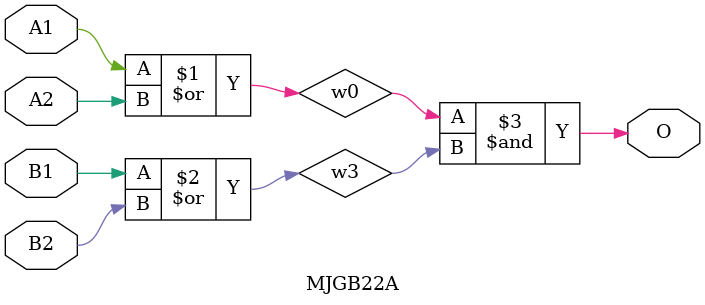
<source format=v>
module MJGB22A(A1, A2, B1, B2, O);
input   A1;
input   A2;
input   B1;
input   B2;
output  O;
or g0(w0, A1, A2);
or g1(w3, B1, B2);
and g2(O, w0, w3);
endmodule
</source>
